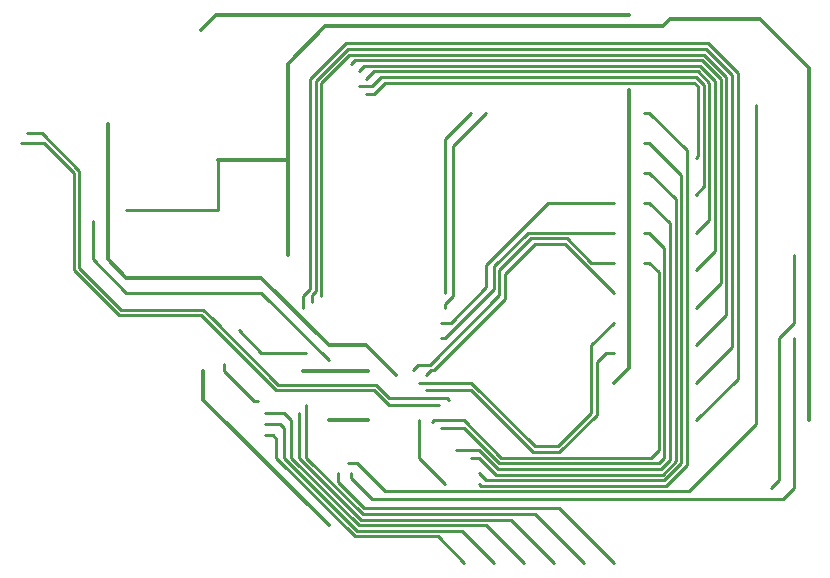
<source format=gbr>
G04 EAGLE Gerber RS-274X export*
G75*
%MOMM*%
%FSLAX34Y34*%
%LPD*%
%INBottom Copper*%
%IPPOS*%
%AMOC8*
5,1,8,0,0,1.08239X$1,22.5*%
G01*
%ADD10C,0.304800*%
%ADD11C,0.254000*%


D10*
X768350Y457200D02*
X768350Y387350D01*
X768350Y457200D02*
X768350Y527050D01*
X768350Y596900D01*
D11*
X273050Y434975D02*
X273050Y428625D01*
X298450Y403225D01*
X301625Y403225D01*
X268287Y565150D02*
X190500Y565150D01*
X268287Y565150D02*
X268288Y608013D01*
D10*
X361950Y387350D02*
X395050Y387350D01*
X395050Y428625D02*
X339725Y428625D01*
X327025Y608013D02*
X268288Y608013D01*
X327025Y608013D02*
X327025Y527050D01*
X327025Y608013D02*
X327025Y688975D01*
X358775Y720725D01*
X644525Y720725D02*
X650800Y727000D01*
X644525Y720725D02*
X358775Y720725D01*
X768350Y685800D02*
X768350Y596900D01*
X698500Y727000D02*
X650800Y727000D01*
X654050Y727075D01*
X698500Y727000D02*
X727150Y727000D01*
X768350Y685800D01*
D11*
X161925Y555625D02*
X161925Y523875D01*
X190500Y495300D01*
X304800Y495300D01*
X361950Y438150D01*
D10*
X174625Y523875D02*
X174625Y638175D01*
X174625Y523875D02*
X190500Y508000D01*
X304800Y508000D01*
X361950Y450850D01*
X393700Y450850D02*
X419100Y425450D01*
X393700Y450850D02*
X361950Y450850D01*
X603250Y419100D02*
X615950Y431800D01*
X615950Y666750D01*
X266700Y730250D02*
X254000Y717550D01*
X266700Y730250D02*
X615950Y730250D01*
X255588Y428625D02*
X255588Y404812D01*
X361950Y298450D01*
D11*
X120650Y622300D02*
X101600Y622300D01*
X120650Y622300D02*
X146050Y596900D01*
X146050Y514350D01*
X184150Y476250D01*
X254000Y476250D01*
X317500Y412750D01*
X400050Y412750D01*
X412750Y400050D01*
X455613Y400050D01*
X119063Y630238D02*
X106363Y630238D01*
X119063Y630238D02*
X150813Y598488D01*
X150813Y515937D01*
X184150Y482600D01*
X184151Y482600D01*
X185738Y481013D01*
X255587Y481013D01*
X263525Y473075D01*
X263526Y473075D01*
X319088Y417513D01*
X461963Y406400D02*
X463550Y404813D01*
X461963Y406400D02*
X412751Y406400D01*
X401638Y417513D01*
X319088Y417513D01*
X409575Y327025D02*
X666750Y327025D01*
X723900Y384175D02*
X723900Y654050D01*
X723900Y384175D02*
X666750Y327025D01*
X385762Y350838D02*
X377824Y350838D01*
X385762Y350838D02*
X409575Y327025D01*
X381000Y338138D02*
X381000Y342900D01*
X381000Y338138D02*
X398463Y320675D01*
X746125Y320675D02*
X755650Y330200D01*
X755650Y457200D01*
X746125Y320675D02*
X398463Y320675D01*
X755650Y469900D02*
X755650Y527050D01*
X755650Y469900D02*
X742950Y457200D01*
X742950Y336550D02*
X736600Y330200D01*
X742950Y336550D02*
X742950Y457200D01*
X673100Y609600D02*
X674688Y611188D01*
X674688Y669925D01*
X671513Y673100D01*
X409575Y673100D01*
X400050Y663575D01*
X393700Y663575D01*
X673100Y577850D02*
X679450Y585788D01*
X679450Y671513D01*
X673100Y677863D01*
X406401Y677863D01*
X398463Y669925D01*
X387350Y669925D01*
X674687Y682625D02*
X684213Y673099D01*
X400050Y682625D02*
X393700Y676275D01*
X400050Y682625D02*
X674687Y682625D01*
X684213Y673099D02*
X684213Y557212D01*
X673100Y546099D01*
X688975Y674688D02*
X676275Y687388D01*
X688975Y674688D02*
X688975Y530225D01*
X676275Y687388D02*
X392113Y687388D01*
X387350Y682625D01*
X673100Y514350D02*
X688975Y530225D01*
X692150Y677862D02*
X677863Y692150D01*
X692150Y677862D02*
X692151Y677862D01*
X693738Y676275D01*
X693738Y503239D01*
X677863Y692150D02*
X384175Y692150D01*
X381000Y688975D01*
X673100Y482601D02*
X693738Y503239D01*
X355600Y492125D02*
X355600Y673100D01*
X679450Y696913D02*
X696912Y679450D01*
X696913Y679450D01*
X698500Y677863D01*
X698500Y476250D01*
X679450Y696913D02*
X379413Y696913D01*
X355600Y673100D01*
X673100Y450850D02*
X698500Y476250D01*
X347663Y487363D02*
X347663Y493713D01*
X350838Y496888D01*
X681038Y701675D02*
X703263Y679450D01*
X703263Y449263D01*
X681038Y701675D02*
X377825Y701675D01*
X350838Y674688D01*
X350838Y496888D01*
X673100Y419100D02*
X703263Y449263D01*
X346075Y498475D02*
X339725Y492125D01*
X339725Y482600D01*
X682624Y706438D02*
X706437Y682625D01*
X706438Y682625D01*
X708025Y681038D01*
X708025Y422276D01*
X682624Y706438D02*
X376238Y706438D01*
X346075Y676275D02*
X346075Y498475D01*
X346075Y676275D02*
X376238Y706438D01*
X673100Y387351D02*
X708025Y422276D01*
X465138Y469900D02*
X457200Y469900D01*
X547688Y571500D02*
X603250Y571500D01*
X547688Y571500D02*
X495300Y519113D01*
X495300Y500062D01*
X465138Y469900D01*
X460375Y457200D02*
X457200Y457200D01*
X530225Y546100D02*
X603250Y546100D01*
X530225Y546100D02*
X501650Y517525D01*
X501650Y498475D01*
X460375Y457200D01*
X506413Y514350D02*
X531813Y539750D01*
X531813Y539751D01*
X533400Y541338D01*
X506413Y514350D02*
X506413Y493238D01*
X447675Y434500D01*
X437675Y434500D01*
X433388Y430213D01*
X533400Y541338D02*
X563562Y541338D01*
X584200Y520700D01*
X603250Y520700D01*
X536575Y536575D02*
X511175Y511175D01*
X536575Y536575D02*
X561975Y536575D01*
X603250Y495300D01*
X511175Y489825D02*
X511175Y511175D01*
X511175Y489825D02*
X450850Y429500D01*
X448550Y429500D01*
X444500Y425450D01*
X584200Y450850D02*
X603250Y469900D01*
X584200Y450850D02*
X584200Y393700D01*
X555625Y365125D01*
X536575Y365125D01*
X482600Y419100D01*
X438150Y419100D01*
X596900Y444500D02*
X603250Y444500D01*
X596900Y444500D02*
X588963Y436563D01*
X588963Y392113D01*
X557213Y360363D01*
X534987Y360363D01*
X482600Y412750D01*
X444500Y412750D01*
X628650Y647700D02*
X633413Y647700D01*
X665163Y615950D01*
X665163Y349250D02*
X647701Y331788D01*
X665163Y349250D02*
X665163Y615950D01*
X647701Y331788D02*
X490537Y331788D01*
X488950Y333375D01*
X628650Y622300D02*
X633413Y622300D01*
X660400Y595313D01*
X660400Y350838D02*
X646112Y336550D01*
X660400Y350838D02*
X660400Y595313D01*
X646112Y336550D02*
X495300Y336550D01*
X488950Y342900D01*
X628650Y596900D02*
X633413Y596900D01*
X655638Y574675D01*
X655638Y352425D02*
X644525Y341312D01*
X655638Y352425D02*
X655638Y574675D01*
X644525Y341312D02*
X503238Y341312D01*
X488950Y355600D01*
X482600Y355600D01*
X628650Y571500D02*
X633413Y571500D01*
X650875Y554038D01*
X650875Y354013D02*
X642937Y346075D01*
X650875Y354013D02*
X650875Y554038D01*
X642937Y346075D02*
X504825Y346075D01*
X488950Y361950D02*
X469900Y361950D01*
X488950Y361950D02*
X504825Y346075D01*
X628650Y546100D02*
X633413Y546100D01*
X646113Y533400D01*
X646113Y355600D02*
X641351Y350838D01*
X646113Y355600D02*
X646113Y533400D01*
X476250Y381000D02*
X457200Y381000D01*
X476250Y381000D02*
X506413Y350838D01*
X641351Y350838D01*
X633413Y520700D02*
X628650Y520700D01*
X633413Y520700D02*
X641350Y512763D01*
X641350Y361950D01*
X635000Y355600D01*
X450850Y387350D02*
X449263Y385763D01*
X450850Y387350D02*
X476250Y387350D01*
X508000Y355600D01*
X635000Y355600D01*
X438150Y355600D02*
X438150Y387350D01*
X438150Y355600D02*
X460375Y333375D01*
X342900Y444500D02*
X304800Y444500D01*
X285750Y463550D01*
X460375Y482600D02*
X460375Y485775D01*
X466725Y492125D01*
X466725Y619125D01*
X495300Y647700D01*
X460375Y625475D02*
X460375Y495300D01*
X460375Y625475D02*
X482600Y647700D01*
X314325Y374650D02*
X307975Y374650D01*
X314325Y374650D02*
X317500Y371475D01*
X317500Y355600D01*
X454025Y288925D02*
X476250Y266700D01*
X384175Y288925D02*
X317500Y355600D01*
X384175Y288925D02*
X454025Y288925D01*
X320675Y384175D02*
X307975Y384175D01*
X320675Y384175D02*
X323850Y381000D01*
X323850Y355600D01*
X381000Y298450D01*
X381001Y298450D01*
X385763Y293688D01*
X474662Y293688D01*
X501650Y266700D01*
X323850Y393700D02*
X307975Y393700D01*
X323850Y393700D02*
X330200Y387350D01*
X330200Y355600D01*
X387350Y298450D01*
X495300Y298450D01*
X527050Y266700D01*
X336550Y355600D02*
X336550Y393700D01*
X336550Y355600D02*
X387350Y304800D01*
X387351Y304800D01*
X388938Y303213D01*
X515937Y303213D01*
X552450Y266700D01*
X342900Y355600D02*
X342900Y400050D01*
X342900Y355600D02*
X390525Y307975D01*
X536575Y307975D01*
X577850Y266700D01*
X557212Y312738D02*
X392113Y312738D01*
X557212Y312738D02*
X603250Y266700D01*
X369888Y334963D02*
X369888Y342900D01*
X369888Y334963D02*
X392113Y312738D01*
M02*

</source>
